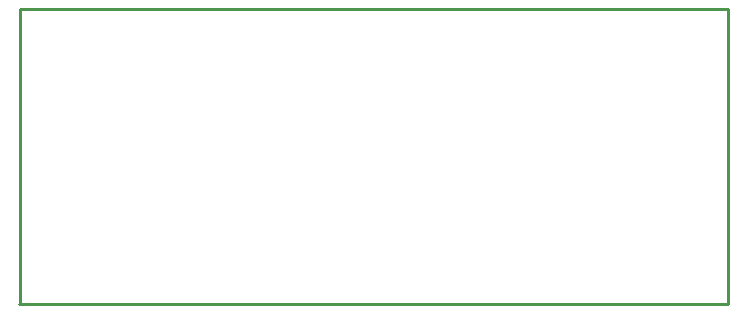
<source format=gko>
G04*
G04 #@! TF.GenerationSoftware,Altium Limited,Altium Designer,22.10.1 (41)*
G04*
G04 Layer_Color=16711935*
%FSLAX44Y44*%
%MOMM*%
G71*
G04*
G04 #@! TF.SameCoordinates,B602C00A-04D7-4507-9B25-3B951254DDD7*
G04*
G04*
G04 #@! TF.FilePolarity,Positive*
G04*
G01*
G75*
%ADD10C,0.2540*%
D10*
X700000Y400D02*
Y249763D01*
X100000Y0D02*
Y250000D01*
X700000D01*
X99696Y-0D02*
X700000Y0D01*
M02*

</source>
